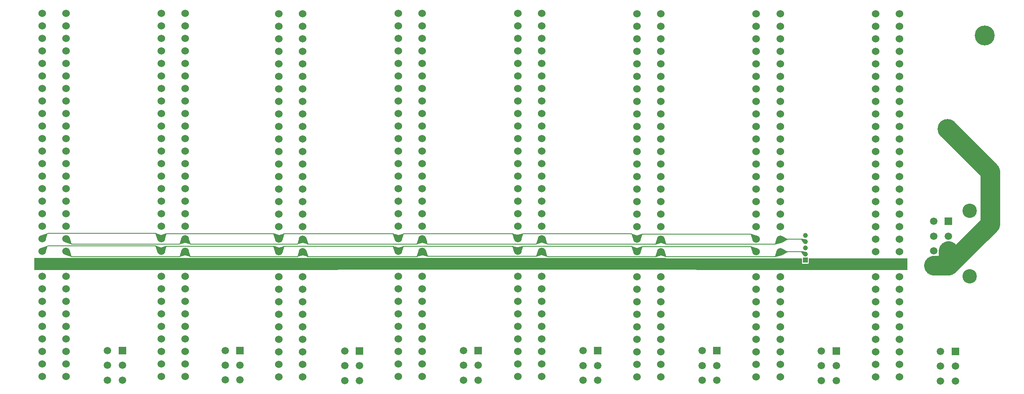
<source format=gbr>
%TF.GenerationSoftware,KiCad,Pcbnew,7.99.0-957-g18dd623122*%
%TF.CreationDate,2023-07-16T08:20:05-04:00*%
%TF.ProjectId,ESC_Carrier,4553435f-4361-4727-9269-65722e6b6963,rev?*%
%TF.SameCoordinates,Original*%
%TF.FileFunction,Copper,L2,Bot*%
%TF.FilePolarity,Positive*%
%FSLAX46Y46*%
G04 Gerber Fmt 4.6, Leading zero omitted, Abs format (unit mm)*
G04 Created by KiCad (PCBNEW 7.99.0-957-g18dd623122) date 2023-07-16 08:20:05*
%MOMM*%
%LPD*%
G01*
G04 APERTURE LIST*
%TA.AperFunction,ComponentPad*%
%ADD10R,1.520000X1.520000*%
%TD*%
%TA.AperFunction,ComponentPad*%
%ADD11C,1.520000*%
%TD*%
%TA.AperFunction,ComponentPad*%
%ADD12C,1.524000*%
%TD*%
%TA.AperFunction,ComponentPad*%
%ADD13C,2.909999*%
%TD*%
%TA.AperFunction,ComponentPad*%
%ADD14C,4.050000*%
%TD*%
%TA.AperFunction,ComponentPad*%
%ADD15R,1.000000X1.000000*%
%TD*%
%TA.AperFunction,ComponentPad*%
%ADD16C,1.000000*%
%TD*%
%TA.AperFunction,Conductor*%
%ADD17C,0.130000*%
%TD*%
%TA.AperFunction,Conductor*%
%ADD18C,4.000000*%
%TD*%
G04 APERTURE END LIST*
D10*
%TO.P,J17,1,1*%
%TO.N,/ESC7_PHASEC*%
X186649000Y-94120000D03*
D11*
%TO.P,J17,2,2*%
%TO.N,/ESC7_PHASEB*%
X186649000Y-97120000D03*
%TO.P,J17,3,3*%
%TO.N,/ESC7_PHASEA*%
X186649000Y-100120000D03*
%TO.P,J17,4,4*%
%TO.N,/ESC7_PHASEC*%
X183649000Y-94120000D03*
%TO.P,J17,5,5*%
%TO.N,/ESC7_PHASEB*%
X183649000Y-97120000D03*
%TO.P,J17,6,6*%
%TO.N,/ESC7_PHASEA*%
X183649000Y-100120000D03*
%TD*%
D10*
%TO.P,J13,1,1*%
%TO.N,/ESC3_PHASEC*%
X90089000Y-94100000D03*
D11*
%TO.P,J13,2,2*%
%TO.N,/ESC3_PHASEB*%
X90089000Y-97100000D03*
%TO.P,J13,3,3*%
%TO.N,/ESC3_PHASEA*%
X90089000Y-100100000D03*
%TO.P,J13,4,4*%
%TO.N,/ESC3_PHASEC*%
X87089000Y-94100000D03*
%TO.P,J13,5,5*%
%TO.N,/ESC3_PHASEB*%
X87089000Y-97100000D03*
%TO.P,J13,6,6*%
%TO.N,/ESC3_PHASEA*%
X87089000Y-100100000D03*
%TD*%
D12*
%TO.P,J5,1,1*%
%TO.N,/ESC5_PHASEA*%
X122149000Y-99260000D03*
%TO.P,J5,2,2*%
X127000000Y-99260000D03*
%TO.P,J5,3,3*%
X122149000Y-96720000D03*
%TO.P,J5,4,4*%
X127000000Y-96720000D03*
%TO.P,J5,5,5*%
X122149000Y-94180000D03*
%TO.P,J5,6,6*%
X127000000Y-94180000D03*
%TO.P,J5,7,7*%
%TO.N,/ESC5_PHASEB*%
X122149000Y-91640000D03*
%TO.P,J5,8,8*%
X127000000Y-91640000D03*
%TO.P,J5,9,9*%
X122149000Y-89100000D03*
%TO.P,J5,10,10*%
X127000000Y-89100000D03*
%TO.P,J5,11,11*%
X122149000Y-86560000D03*
%TO.P,J5,12,12*%
X127000000Y-86560000D03*
%TO.P,J5,13,13*%
%TO.N,/ESC5_PHASEC*%
X122149000Y-84020000D03*
%TO.P,J5,14,14*%
X127000000Y-84020000D03*
%TO.P,J5,15,15*%
X122149000Y-81480000D03*
%TO.P,J5,16,16*%
X127000000Y-81480000D03*
%TO.P,J5,17,17*%
X122149000Y-78940000D03*
%TO.P,J5,18,18*%
X127000000Y-78940000D03*
%TO.P,J5,19,19*%
%TO.N,/3V3*%
X122149000Y-76400000D03*
%TO.P,J5,20,20*%
X127000000Y-76400000D03*
%TO.P,J5,21,21*%
%TO.N,/TX*%
X122149000Y-73860000D03*
%TO.P,J5,22,22*%
%TO.N,/RX*%
X127000000Y-73860000D03*
%TO.P,J5,23,23*%
%TO.N,/TX_1*%
X122149000Y-71320000D03*
%TO.P,J5,24,24*%
%TO.N,/RX_1*%
X127000000Y-71320000D03*
%TO.P,J5,25,25*%
%TO.N,GND*%
X122149000Y-68780000D03*
%TO.P,J5,26,26*%
X127000000Y-68780000D03*
%TO.P,J5,27,27*%
X122149000Y-66240000D03*
%TO.P,J5,28,28*%
X127000000Y-66240000D03*
%TO.P,J5,29,29*%
X122149000Y-63700000D03*
%TO.P,J5,30,30*%
X127000000Y-63700000D03*
%TO.P,J5,31,31*%
X122149000Y-61160000D03*
%TO.P,J5,32,32*%
X127000000Y-61160000D03*
%TO.P,J5,33,33*%
X122149000Y-58620000D03*
%TO.P,J5,34,34*%
X127000000Y-58620000D03*
%TO.P,J5,35,35*%
X122149000Y-56080000D03*
%TO.P,J5,36,36*%
X127000000Y-56080000D03*
%TO.P,J5,37,37*%
X122149000Y-53540000D03*
%TO.P,J5,38,38*%
X127000000Y-53540000D03*
%TO.P,J5,39,39*%
X122149000Y-51000000D03*
%TO.P,J5,40,40*%
X127000000Y-51000000D03*
%TO.P,J5,41,41*%
X122149000Y-48460000D03*
%TO.P,J5,42,42*%
X127000000Y-48460000D03*
%TO.P,J5,43,43*%
%TO.N,/12V*%
X122149000Y-45920000D03*
%TO.P,J5,44,44*%
X127000000Y-45920000D03*
%TO.P,J5,45,45*%
X122149000Y-43380000D03*
%TO.P,J5,46,46*%
X127000000Y-43380000D03*
%TO.P,J5,47,47*%
X122149000Y-40840000D03*
%TO.P,J5,48,48*%
X127000000Y-40840000D03*
%TO.P,J5,49,49*%
X122149000Y-38300000D03*
%TO.P,J5,50,50*%
X127000000Y-38300000D03*
%TO.P,J5,51,51*%
X122149000Y-35760000D03*
%TO.P,J5,52,52*%
X127000000Y-35760000D03*
%TO.P,J5,53,53*%
X122149000Y-33220000D03*
%TO.P,J5,54,54*%
X127000000Y-33220000D03*
%TO.P,J5,55,55*%
X122149000Y-30680000D03*
%TO.P,J5,56,56*%
X127000000Y-30680000D03*
%TO.P,J5,57,57*%
X122149000Y-28140000D03*
%TO.P,J5,58,58*%
X127000000Y-28140000D03*
%TO.P,J5,59,59*%
X122149000Y-25600000D03*
%TO.P,J5,60,60*%
X127000000Y-25600000D03*
%TD*%
D10*
%TO.P,J10,1,Pin_1*%
%TO.N,GND*%
X209400000Y-67800003D03*
D11*
%TO.P,J10,2,Pin_2*%
X209400000Y-70800002D03*
%TO.P,J10,3,Pin_3*%
%TO.N,/12Vin*%
X209400000Y-73800001D03*
%TO.P,J10,4,Pin_4*%
X209400000Y-76800000D03*
%TO.P,J10,5,Pin_5*%
%TO.N,GND*%
X206400001Y-67800003D03*
%TO.P,J10,6,Pin_6*%
X206400001Y-70800002D03*
%TO.P,J10,7,Pin_7*%
%TO.N,/3V3*%
X206400001Y-73800001D03*
%TO.P,J10,8,Pin_8*%
%TO.N,/12Vin*%
X206400001Y-76800000D03*
D13*
%TO.P,J10,P1*%
%TO.N,N/C*%
X213719999Y-65650005D03*
%TO.P,J10,P2*%
X213719999Y-78949998D03*
%TD*%
D12*
%TO.P,J7,1,1*%
%TO.N,/ESC7_PHASEA*%
X170449000Y-99400000D03*
%TO.P,J7,2,2*%
X175300000Y-99400000D03*
%TO.P,J7,3,3*%
X170449000Y-96860000D03*
%TO.P,J7,4,4*%
X175300000Y-96860000D03*
%TO.P,J7,5,5*%
X170449000Y-94320000D03*
%TO.P,J7,6,6*%
X175300000Y-94320000D03*
%TO.P,J7,7,7*%
%TO.N,/ESC7_PHASEB*%
X170449000Y-91780000D03*
%TO.P,J7,8,8*%
X175300000Y-91780000D03*
%TO.P,J7,9,9*%
X170449000Y-89240000D03*
%TO.P,J7,10,10*%
X175300000Y-89240000D03*
%TO.P,J7,11,11*%
X170449000Y-86700000D03*
%TO.P,J7,12,12*%
X175300000Y-86700000D03*
%TO.P,J7,13,13*%
%TO.N,/ESC7_PHASEC*%
X170449000Y-84160000D03*
%TO.P,J7,14,14*%
X175300000Y-84160000D03*
%TO.P,J7,15,15*%
X170449000Y-81620000D03*
%TO.P,J7,16,16*%
X175300000Y-81620000D03*
%TO.P,J7,17,17*%
X170449000Y-79080000D03*
%TO.P,J7,18,18*%
X175300000Y-79080000D03*
%TO.P,J7,19,19*%
%TO.N,/3V3*%
X170449000Y-76540000D03*
%TO.P,J7,20,20*%
X175300000Y-76540000D03*
%TO.P,J7,21,21*%
%TO.N,/TX*%
X170449000Y-74000000D03*
%TO.P,J7,22,22*%
%TO.N,/RX*%
X175300000Y-74000000D03*
%TO.P,J7,23,23*%
%TO.N,/TX_1*%
X170449000Y-71460000D03*
%TO.P,J7,24,24*%
%TO.N,/RX_1*%
X175300000Y-71460000D03*
%TO.P,J7,25,25*%
%TO.N,GND*%
X170449000Y-68920000D03*
%TO.P,J7,26,26*%
X175300000Y-68920000D03*
%TO.P,J7,27,27*%
X170449000Y-66380000D03*
%TO.P,J7,28,28*%
X175300000Y-66380000D03*
%TO.P,J7,29,29*%
X170449000Y-63840000D03*
%TO.P,J7,30,30*%
X175300000Y-63840000D03*
%TO.P,J7,31,31*%
X170449000Y-61300000D03*
%TO.P,J7,32,32*%
X175300000Y-61300000D03*
%TO.P,J7,33,33*%
X170449000Y-58760000D03*
%TO.P,J7,34,34*%
X175300000Y-58760000D03*
%TO.P,J7,35,35*%
X170449000Y-56220000D03*
%TO.P,J7,36,36*%
X175300000Y-56220000D03*
%TO.P,J7,37,37*%
X170449000Y-53680000D03*
%TO.P,J7,38,38*%
X175300000Y-53680000D03*
%TO.P,J7,39,39*%
X170449000Y-51140000D03*
%TO.P,J7,40,40*%
X175300000Y-51140000D03*
%TO.P,J7,41,41*%
X170449000Y-48600000D03*
%TO.P,J7,42,42*%
X175300000Y-48600000D03*
%TO.P,J7,43,43*%
%TO.N,/12V*%
X170449000Y-46060000D03*
%TO.P,J7,44,44*%
X175300000Y-46060000D03*
%TO.P,J7,45,45*%
X170449000Y-43520000D03*
%TO.P,J7,46,46*%
X175300000Y-43520000D03*
%TO.P,J7,47,47*%
X170449000Y-40980000D03*
%TO.P,J7,48,48*%
X175300000Y-40980000D03*
%TO.P,J7,49,49*%
X170449000Y-38440000D03*
%TO.P,J7,50,50*%
X175300000Y-38440000D03*
%TO.P,J7,51,51*%
X170449000Y-35900000D03*
%TO.P,J7,52,52*%
X175300000Y-35900000D03*
%TO.P,J7,53,53*%
X170449000Y-33360000D03*
%TO.P,J7,54,54*%
X175300000Y-33360000D03*
%TO.P,J7,55,55*%
X170449000Y-30820000D03*
%TO.P,J7,56,56*%
X175300000Y-30820000D03*
%TO.P,J7,57,57*%
X170449000Y-28280000D03*
%TO.P,J7,58,58*%
X175300000Y-28280000D03*
%TO.P,J7,59,59*%
X170449000Y-25740000D03*
%TO.P,J7,60,60*%
X175300000Y-25740000D03*
%TD*%
%TO.P,J2,1,1*%
%TO.N,/ESC2_PHASEA*%
X49900000Y-99300000D03*
%TO.P,J2,2,2*%
X54751000Y-99300000D03*
%TO.P,J2,3,3*%
X49900000Y-96760000D03*
%TO.P,J2,4,4*%
X54751000Y-96760000D03*
%TO.P,J2,5,5*%
X49900000Y-94220000D03*
%TO.P,J2,6,6*%
X54751000Y-94220000D03*
%TO.P,J2,7,7*%
%TO.N,/ESC2_PHASEB*%
X49900000Y-91680000D03*
%TO.P,J2,8,8*%
X54751000Y-91680000D03*
%TO.P,J2,9,9*%
X49900000Y-89140000D03*
%TO.P,J2,10,10*%
X54751000Y-89140000D03*
%TO.P,J2,11,11*%
X49900000Y-86600000D03*
%TO.P,J2,12,12*%
X54751000Y-86600000D03*
%TO.P,J2,13,13*%
%TO.N,/ESC2_PHASEC*%
X49900000Y-84060000D03*
%TO.P,J2,14,14*%
X54751000Y-84060000D03*
%TO.P,J2,15,15*%
X49900000Y-81520000D03*
%TO.P,J2,16,16*%
X54751000Y-81520000D03*
%TO.P,J2,17,17*%
X49900000Y-78980000D03*
%TO.P,J2,18,18*%
X54751000Y-78980000D03*
%TO.P,J2,19,19*%
%TO.N,/3V3*%
X49900000Y-76440000D03*
%TO.P,J2,20,20*%
X54751000Y-76440000D03*
%TO.P,J2,21,21*%
%TO.N,/TX*%
X49900000Y-73900000D03*
%TO.P,J2,22,22*%
%TO.N,/RX*%
X54751000Y-73900000D03*
%TO.P,J2,23,23*%
%TO.N,/TX_1*%
X49900000Y-71360000D03*
%TO.P,J2,24,24*%
%TO.N,/RX_1*%
X54751000Y-71360000D03*
%TO.P,J2,25,25*%
%TO.N,GND*%
X49900000Y-68820000D03*
%TO.P,J2,26,26*%
X54751000Y-68820000D03*
%TO.P,J2,27,27*%
X49900000Y-66280000D03*
%TO.P,J2,28,28*%
X54751000Y-66280000D03*
%TO.P,J2,29,29*%
X49900000Y-63740000D03*
%TO.P,J2,30,30*%
X54751000Y-63740000D03*
%TO.P,J2,31,31*%
X49900000Y-61200000D03*
%TO.P,J2,32,32*%
X54751000Y-61200000D03*
%TO.P,J2,33,33*%
X49900000Y-58660000D03*
%TO.P,J2,34,34*%
X54751000Y-58660000D03*
%TO.P,J2,35,35*%
X49900000Y-56120000D03*
%TO.P,J2,36,36*%
X54751000Y-56120000D03*
%TO.P,J2,37,37*%
X49900000Y-53580000D03*
%TO.P,J2,38,38*%
X54751000Y-53580000D03*
%TO.P,J2,39,39*%
X49900000Y-51040000D03*
%TO.P,J2,40,40*%
X54751000Y-51040000D03*
%TO.P,J2,41,41*%
X49900000Y-48500000D03*
%TO.P,J2,42,42*%
X54751000Y-48500000D03*
%TO.P,J2,43,43*%
%TO.N,/12V*%
X49900000Y-45960000D03*
%TO.P,J2,44,44*%
X54751000Y-45960000D03*
%TO.P,J2,45,45*%
X49900000Y-43420000D03*
%TO.P,J2,46,46*%
X54751000Y-43420000D03*
%TO.P,J2,47,47*%
X49900000Y-40880000D03*
%TO.P,J2,48,48*%
X54751000Y-40880000D03*
%TO.P,J2,49,49*%
X49900000Y-38340000D03*
%TO.P,J2,50,50*%
X54751000Y-38340000D03*
%TO.P,J2,51,51*%
X49900000Y-35800000D03*
%TO.P,J2,52,52*%
X54751000Y-35800000D03*
%TO.P,J2,53,53*%
X49900000Y-33260000D03*
%TO.P,J2,54,54*%
X54751000Y-33260000D03*
%TO.P,J2,55,55*%
X49900000Y-30720000D03*
%TO.P,J2,56,56*%
X54751000Y-30720000D03*
%TO.P,J2,57,57*%
X49900000Y-28180000D03*
%TO.P,J2,58,58*%
X54751000Y-28180000D03*
%TO.P,J2,59,59*%
X49900000Y-25640000D03*
%TO.P,J2,60,60*%
X54751000Y-25640000D03*
%TD*%
D10*
%TO.P,J16,1,1*%
%TO.N,/ESC6_PHASEC*%
X162489000Y-94080000D03*
D11*
%TO.P,J16,2,2*%
%TO.N,/ESC6_PHASEB*%
X162489000Y-97080000D03*
%TO.P,J16,3,3*%
%TO.N,/ESC6_PHASEA*%
X162489000Y-100080000D03*
%TO.P,J16,4,4*%
%TO.N,/ESC6_PHASEC*%
X159489000Y-94080000D03*
%TO.P,J16,5,5*%
%TO.N,/ESC6_PHASEB*%
X159489000Y-97080000D03*
%TO.P,J16,6,6*%
%TO.N,/ESC6_PHASEA*%
X159489000Y-100080000D03*
%TD*%
D14*
%TO.P,RT1,1,1*%
%TO.N,/12Vin*%
X209200000Y-49100000D03*
%TO.P,RT1,2,2*%
%TO.N,/12V*%
X216700000Y-30100000D03*
%TD*%
D12*
%TO.P,J3,1,1*%
%TO.N,/ESC3_PHASEA*%
X73749000Y-99340000D03*
%TO.P,J3,2,2*%
X78600000Y-99340000D03*
%TO.P,J3,3,3*%
X73749000Y-96800000D03*
%TO.P,J3,4,4*%
X78600000Y-96800000D03*
%TO.P,J3,5,5*%
X73749000Y-94260000D03*
%TO.P,J3,6,6*%
X78600000Y-94260000D03*
%TO.P,J3,7,7*%
%TO.N,/ESC3_PHASEB*%
X73749000Y-91720000D03*
%TO.P,J3,8,8*%
X78600000Y-91720000D03*
%TO.P,J3,9,9*%
X73749000Y-89180000D03*
%TO.P,J3,10,10*%
X78600000Y-89180000D03*
%TO.P,J3,11,11*%
X73749000Y-86640000D03*
%TO.P,J3,12,12*%
X78600000Y-86640000D03*
%TO.P,J3,13,13*%
%TO.N,/ESC3_PHASEC*%
X73749000Y-84100000D03*
%TO.P,J3,14,14*%
X78600000Y-84100000D03*
%TO.P,J3,15,15*%
X73749000Y-81560000D03*
%TO.P,J3,16,16*%
X78600000Y-81560000D03*
%TO.P,J3,17,17*%
X73749000Y-79020000D03*
%TO.P,J3,18,18*%
X78600000Y-79020000D03*
%TO.P,J3,19,19*%
%TO.N,/3V3*%
X73749000Y-76480000D03*
%TO.P,J3,20,20*%
X78600000Y-76480000D03*
%TO.P,J3,21,21*%
%TO.N,/TX*%
X73749000Y-73940000D03*
%TO.P,J3,22,22*%
%TO.N,/RX*%
X78600000Y-73940000D03*
%TO.P,J3,23,23*%
%TO.N,/TX_1*%
X73749000Y-71400000D03*
%TO.P,J3,24,24*%
%TO.N,/RX_1*%
X78600000Y-71400000D03*
%TO.P,J3,25,25*%
%TO.N,GND*%
X73749000Y-68860000D03*
%TO.P,J3,26,26*%
X78600000Y-68860000D03*
%TO.P,J3,27,27*%
X73749000Y-66320000D03*
%TO.P,J3,28,28*%
X78600000Y-66320000D03*
%TO.P,J3,29,29*%
X73749000Y-63780000D03*
%TO.P,J3,30,30*%
X78600000Y-63780000D03*
%TO.P,J3,31,31*%
X73749000Y-61240000D03*
%TO.P,J3,32,32*%
X78600000Y-61240000D03*
%TO.P,J3,33,33*%
X73749000Y-58700000D03*
%TO.P,J3,34,34*%
X78600000Y-58700000D03*
%TO.P,J3,35,35*%
X73749000Y-56160000D03*
%TO.P,J3,36,36*%
X78600000Y-56160000D03*
%TO.P,J3,37,37*%
X73749000Y-53620000D03*
%TO.P,J3,38,38*%
X78600000Y-53620000D03*
%TO.P,J3,39,39*%
X73749000Y-51080000D03*
%TO.P,J3,40,40*%
X78600000Y-51080000D03*
%TO.P,J3,41,41*%
X73749000Y-48540000D03*
%TO.P,J3,42,42*%
X78600000Y-48540000D03*
%TO.P,J3,43,43*%
%TO.N,/12V*%
X73749000Y-46000000D03*
%TO.P,J3,44,44*%
X78600000Y-46000000D03*
%TO.P,J3,45,45*%
X73749000Y-43460000D03*
%TO.P,J3,46,46*%
X78600000Y-43460000D03*
%TO.P,J3,47,47*%
X73749000Y-40920000D03*
%TO.P,J3,48,48*%
X78600000Y-40920000D03*
%TO.P,J3,49,49*%
X73749000Y-38380000D03*
%TO.P,J3,50,50*%
X78600000Y-38380000D03*
%TO.P,J3,51,51*%
X73749000Y-35840000D03*
%TO.P,J3,52,52*%
X78600000Y-35840000D03*
%TO.P,J3,53,53*%
X73749000Y-33300000D03*
%TO.P,J3,54,54*%
X78600000Y-33300000D03*
%TO.P,J3,55,55*%
X73749000Y-30760000D03*
%TO.P,J3,56,56*%
X78600000Y-30760000D03*
%TO.P,J3,57,57*%
X73749000Y-28220000D03*
%TO.P,J3,58,58*%
X78600000Y-28220000D03*
%TO.P,J3,59,59*%
X73749000Y-25680000D03*
%TO.P,J3,60,60*%
X78600000Y-25680000D03*
%TD*%
%TO.P,J4,1,1*%
%TO.N,/ESC4_PHASEA*%
X97949000Y-99320000D03*
%TO.P,J4,2,2*%
X102800000Y-99320000D03*
%TO.P,J4,3,3*%
X97949000Y-96780000D03*
%TO.P,J4,4,4*%
X102800000Y-96780000D03*
%TO.P,J4,5,5*%
X97949000Y-94240000D03*
%TO.P,J4,6,6*%
X102800000Y-94240000D03*
%TO.P,J4,7,7*%
%TO.N,/ESC4_PHASEB*%
X97949000Y-91700000D03*
%TO.P,J4,8,8*%
X102800000Y-91700000D03*
%TO.P,J4,9,9*%
X97949000Y-89160000D03*
%TO.P,J4,10,10*%
X102800000Y-89160000D03*
%TO.P,J4,11,11*%
X97949000Y-86620000D03*
%TO.P,J4,12,12*%
X102800000Y-86620000D03*
%TO.P,J4,13,13*%
%TO.N,/ESC4_PHASEC*%
X97949000Y-84080000D03*
%TO.P,J4,14,14*%
X102800000Y-84080000D03*
%TO.P,J4,15,15*%
X97949000Y-81540000D03*
%TO.P,J4,16,16*%
X102800000Y-81540000D03*
%TO.P,J4,17,17*%
X97949000Y-79000000D03*
%TO.P,J4,18,18*%
X102800000Y-79000000D03*
%TO.P,J4,19,19*%
%TO.N,/3V3*%
X97949000Y-76460000D03*
%TO.P,J4,20,20*%
X102800000Y-76460000D03*
%TO.P,J4,21,21*%
%TO.N,/TX*%
X97949000Y-73920000D03*
%TO.P,J4,22,22*%
%TO.N,/RX*%
X102800000Y-73920000D03*
%TO.P,J4,23,23*%
%TO.N,/TX_1*%
X97949000Y-71380000D03*
%TO.P,J4,24,24*%
%TO.N,/RX_1*%
X102800000Y-71380000D03*
%TO.P,J4,25,25*%
%TO.N,GND*%
X97949000Y-68840000D03*
%TO.P,J4,26,26*%
X102800000Y-68840000D03*
%TO.P,J4,27,27*%
X97949000Y-66300000D03*
%TO.P,J4,28,28*%
X102800000Y-66300000D03*
%TO.P,J4,29,29*%
X97949000Y-63760000D03*
%TO.P,J4,30,30*%
X102800000Y-63760000D03*
%TO.P,J4,31,31*%
X97949000Y-61220000D03*
%TO.P,J4,32,32*%
X102800000Y-61220000D03*
%TO.P,J4,33,33*%
X97949000Y-58680000D03*
%TO.P,J4,34,34*%
X102800000Y-58680000D03*
%TO.P,J4,35,35*%
X97949000Y-56140000D03*
%TO.P,J4,36,36*%
X102800000Y-56140000D03*
%TO.P,J4,37,37*%
X97949000Y-53600000D03*
%TO.P,J4,38,38*%
X102800000Y-53600000D03*
%TO.P,J4,39,39*%
X97949000Y-51060000D03*
%TO.P,J4,40,40*%
X102800000Y-51060000D03*
%TO.P,J4,41,41*%
X97949000Y-48520000D03*
%TO.P,J4,42,42*%
X102800000Y-48520000D03*
%TO.P,J4,43,43*%
%TO.N,/12V*%
X97949000Y-45980000D03*
%TO.P,J4,44,44*%
X102800000Y-45980000D03*
%TO.P,J4,45,45*%
X97949000Y-43440000D03*
%TO.P,J4,46,46*%
X102800000Y-43440000D03*
%TO.P,J4,47,47*%
X97949000Y-40900000D03*
%TO.P,J4,48,48*%
X102800000Y-40900000D03*
%TO.P,J4,49,49*%
X97949000Y-38360000D03*
%TO.P,J4,50,50*%
X102800000Y-38360000D03*
%TO.P,J4,51,51*%
X97949000Y-35820000D03*
%TO.P,J4,52,52*%
X102800000Y-35820000D03*
%TO.P,J4,53,53*%
X97949000Y-33280000D03*
%TO.P,J4,54,54*%
X102800000Y-33280000D03*
%TO.P,J4,55,55*%
X97949000Y-30740000D03*
%TO.P,J4,56,56*%
X102800000Y-30740000D03*
%TO.P,J4,57,57*%
X97949000Y-28200000D03*
%TO.P,J4,58,58*%
X102800000Y-28200000D03*
%TO.P,J4,59,59*%
X97949000Y-25660000D03*
%TO.P,J4,60,60*%
X102800000Y-25660000D03*
%TD*%
%TO.P,J1,1,1*%
%TO.N,/ESC1_PHASEA*%
X25801190Y-99291500D03*
%TO.P,J1,2,2*%
X30652190Y-99291500D03*
%TO.P,J1,3,3*%
X25801190Y-96751500D03*
%TO.P,J1,4,4*%
X30652190Y-96751500D03*
%TO.P,J1,5,5*%
X25801190Y-94211500D03*
%TO.P,J1,6,6*%
X30652190Y-94211500D03*
%TO.P,J1,7,7*%
%TO.N,/ESC1_PHASEB*%
X25801190Y-91671500D03*
%TO.P,J1,8,8*%
X30652190Y-91671500D03*
%TO.P,J1,9,9*%
X25801190Y-89131500D03*
%TO.P,J1,10,10*%
X30652190Y-89131500D03*
%TO.P,J1,11,11*%
X25801190Y-86591500D03*
%TO.P,J1,12,12*%
X30652190Y-86591500D03*
%TO.P,J1,13,13*%
%TO.N,/ESC1_PHASEC*%
X25801190Y-84051500D03*
%TO.P,J1,14,14*%
X30652190Y-84051500D03*
%TO.P,J1,15,15*%
X25801190Y-81511500D03*
%TO.P,J1,16,16*%
X30652190Y-81511500D03*
%TO.P,J1,17,17*%
X25801190Y-78971500D03*
%TO.P,J1,18,18*%
X30652190Y-78971500D03*
%TO.P,J1,19,19*%
%TO.N,/3V3*%
X25801190Y-76431500D03*
%TO.P,J1,20,20*%
X30652190Y-76431500D03*
%TO.P,J1,21,21*%
%TO.N,/TX*%
X25801190Y-73891500D03*
%TO.P,J1,22,22*%
%TO.N,/RX*%
X30652190Y-73891500D03*
%TO.P,J1,23,23*%
%TO.N,/TX_1*%
X25801190Y-71351500D03*
%TO.P,J1,24,24*%
%TO.N,/RX_1*%
X30652190Y-71351500D03*
%TO.P,J1,25,25*%
%TO.N,GND*%
X25801190Y-68811500D03*
%TO.P,J1,26,26*%
X30652190Y-68811500D03*
%TO.P,J1,27,27*%
X25801190Y-66271500D03*
%TO.P,J1,28,28*%
X30652190Y-66271500D03*
%TO.P,J1,29,29*%
X25801190Y-63731500D03*
%TO.P,J1,30,30*%
X30652190Y-63731500D03*
%TO.P,J1,31,31*%
X25801190Y-61191500D03*
%TO.P,J1,32,32*%
X30652190Y-61191500D03*
%TO.P,J1,33,33*%
X25801190Y-58651500D03*
%TO.P,J1,34,34*%
X30652190Y-58651500D03*
%TO.P,J1,35,35*%
X25801190Y-56111500D03*
%TO.P,J1,36,36*%
X30652190Y-56111500D03*
%TO.P,J1,37,37*%
X25801190Y-53571500D03*
%TO.P,J1,38,38*%
X30652190Y-53571500D03*
%TO.P,J1,39,39*%
X25801190Y-51031500D03*
%TO.P,J1,40,40*%
X30652190Y-51031500D03*
%TO.P,J1,41,41*%
X25801190Y-48491500D03*
%TO.P,J1,42,42*%
X30652190Y-48491500D03*
%TO.P,J1,43,43*%
%TO.N,/12V*%
X25801190Y-45951500D03*
%TO.P,J1,44,44*%
X30652190Y-45951500D03*
%TO.P,J1,45,45*%
X25801190Y-43411500D03*
%TO.P,J1,46,46*%
X30652190Y-43411500D03*
%TO.P,J1,47,47*%
X25801190Y-40871500D03*
%TO.P,J1,48,48*%
X30652190Y-40871500D03*
%TO.P,J1,49,49*%
X25801190Y-38331500D03*
%TO.P,J1,50,50*%
X30652190Y-38331500D03*
%TO.P,J1,51,51*%
X25801190Y-35791500D03*
%TO.P,J1,52,52*%
X30652190Y-35791500D03*
%TO.P,J1,53,53*%
X25801190Y-33251500D03*
%TO.P,J1,54,54*%
X30652190Y-33251500D03*
%TO.P,J1,55,55*%
X25801190Y-30711500D03*
%TO.P,J1,56,56*%
X30652190Y-30711500D03*
%TO.P,J1,57,57*%
X25801190Y-28171500D03*
%TO.P,J1,58,58*%
X30652190Y-28171500D03*
%TO.P,J1,59,59*%
X25801190Y-25631500D03*
%TO.P,J1,60,60*%
X30652190Y-25631500D03*
%TD*%
D10*
%TO.P,J12,1,1*%
%TO.N,/ESC2_PHASEC*%
X65891000Y-94000000D03*
D11*
%TO.P,J12,2,2*%
%TO.N,/ESC2_PHASEB*%
X65891000Y-97000000D03*
%TO.P,J12,3,3*%
%TO.N,/ESC2_PHASEA*%
X65891000Y-100000000D03*
%TO.P,J12,4,4*%
%TO.N,/ESC2_PHASEC*%
X62891000Y-94000000D03*
%TO.P,J12,5,5*%
%TO.N,/ESC2_PHASEB*%
X62891000Y-97000000D03*
%TO.P,J12,6,6*%
%TO.N,/ESC2_PHASEA*%
X62891000Y-100000000D03*
%TD*%
D12*
%TO.P,J8,1,1*%
%TO.N,/ESC8_PHASEA*%
X194649000Y-99380000D03*
%TO.P,J8,2,2*%
X199500000Y-99380000D03*
%TO.P,J8,3,3*%
X194649000Y-96840000D03*
%TO.P,J8,4,4*%
X199500000Y-96840000D03*
%TO.P,J8,5,5*%
X194649000Y-94300000D03*
%TO.P,J8,6,6*%
X199500000Y-94300000D03*
%TO.P,J8,7,7*%
%TO.N,/ESC8_PHASEB*%
X194649000Y-91760000D03*
%TO.P,J8,8,8*%
X199500000Y-91760000D03*
%TO.P,J8,9,9*%
X194649000Y-89220000D03*
%TO.P,J8,10,10*%
X199500000Y-89220000D03*
%TO.P,J8,11,11*%
X194649000Y-86680000D03*
%TO.P,J8,12,12*%
X199500000Y-86680000D03*
%TO.P,J8,13,13*%
%TO.N,/ESC8_PHASEC*%
X194649000Y-84140000D03*
%TO.P,J8,14,14*%
X199500000Y-84140000D03*
%TO.P,J8,15,15*%
X194649000Y-81600000D03*
%TO.P,J8,16,16*%
X199500000Y-81600000D03*
%TO.P,J8,17,17*%
X194649000Y-79060000D03*
%TO.P,J8,18,18*%
X199500000Y-79060000D03*
%TO.P,J8,19,19*%
%TO.N,/3V3*%
X194649000Y-76520000D03*
%TO.P,J8,20,20*%
X199500000Y-76520000D03*
%TO.P,J8,21,21*%
%TO.N,/TX*%
X194649000Y-73980000D03*
%TO.P,J8,22,22*%
%TO.N,/RX*%
X199500000Y-73980000D03*
%TO.P,J8,23,23*%
%TO.N,/TX_1*%
X194649000Y-71440000D03*
%TO.P,J8,24,24*%
%TO.N,/RX_1*%
X199500000Y-71440000D03*
%TO.P,J8,25,25*%
%TO.N,GND*%
X194649000Y-68900000D03*
%TO.P,J8,26,26*%
X199500000Y-68900000D03*
%TO.P,J8,27,27*%
X194649000Y-66360000D03*
%TO.P,J8,28,28*%
X199500000Y-66360000D03*
%TO.P,J8,29,29*%
X194649000Y-63820000D03*
%TO.P,J8,30,30*%
X199500000Y-63820000D03*
%TO.P,J8,31,31*%
X194649000Y-61280000D03*
%TO.P,J8,32,32*%
X199500000Y-61280000D03*
%TO.P,J8,33,33*%
X194649000Y-58740000D03*
%TO.P,J8,34,34*%
X199500000Y-58740000D03*
%TO.P,J8,35,35*%
X194649000Y-56200000D03*
%TO.P,J8,36,36*%
X199500000Y-56200000D03*
%TO.P,J8,37,37*%
X194649000Y-53660000D03*
%TO.P,J8,38,38*%
X199500000Y-53660000D03*
%TO.P,J8,39,39*%
X194649000Y-51120000D03*
%TO.P,J8,40,40*%
X199500000Y-51120000D03*
%TO.P,J8,41,41*%
X194649000Y-48580000D03*
%TO.P,J8,42,42*%
X199500000Y-48580000D03*
%TO.P,J8,43,43*%
%TO.N,/12V*%
X194649000Y-46040000D03*
%TO.P,J8,44,44*%
X199500000Y-46040000D03*
%TO.P,J8,45,45*%
X194649000Y-43500000D03*
%TO.P,J8,46,46*%
X199500000Y-43500000D03*
%TO.P,J8,47,47*%
X194649000Y-40960000D03*
%TO.P,J8,48,48*%
X199500000Y-40960000D03*
%TO.P,J8,49,49*%
X194649000Y-38420000D03*
%TO.P,J8,50,50*%
X199500000Y-38420000D03*
%TO.P,J8,51,51*%
X194649000Y-35880000D03*
%TO.P,J8,52,52*%
X199500000Y-35880000D03*
%TO.P,J8,53,53*%
X194649000Y-33340000D03*
%TO.P,J8,54,54*%
X199500000Y-33340000D03*
%TO.P,J8,55,55*%
X194649000Y-30800000D03*
%TO.P,J8,56,56*%
X199500000Y-30800000D03*
%TO.P,J8,57,57*%
X194649000Y-28260000D03*
%TO.P,J8,58,58*%
X199500000Y-28260000D03*
%TO.P,J8,59,59*%
X194649000Y-25720000D03*
%TO.P,J8,60,60*%
X199500000Y-25720000D03*
%TD*%
D15*
%TO.P,J9,1,1*%
%TO.N,/TX*%
X180400000Y-75700000D03*
D16*
%TO.P,J9,2,2*%
%TO.N,/RX*%
X180400000Y-74450000D03*
%TO.P,J9,3,3*%
%TO.N,/TX_1*%
X180400000Y-73200000D03*
%TO.P,J9,4,4*%
%TO.N,/RX_1*%
X180400000Y-71950000D03*
%TO.P,J9,5,5*%
%TO.N,GND*%
X180400000Y-70700000D03*
%TD*%
D10*
%TO.P,J18,1,1*%
%TO.N,/ESC8_PHASEC*%
X210789000Y-94180000D03*
D11*
%TO.P,J18,2,2*%
%TO.N,/ESC8_PHASEB*%
X210789000Y-97180000D03*
%TO.P,J18,3,3*%
%TO.N,/ESC8_PHASEA*%
X210789000Y-100180000D03*
%TO.P,J18,4,4*%
%TO.N,/ESC8_PHASEC*%
X207789000Y-94180000D03*
%TO.P,J18,5,5*%
%TO.N,/ESC8_PHASEB*%
X207789000Y-97180000D03*
%TO.P,J18,6,6*%
%TO.N,/ESC8_PHASEA*%
X207789000Y-100180000D03*
%TD*%
D10*
%TO.P,J11,1,1*%
%TO.N,/ESC1_PHASEC*%
X42041190Y-94031500D03*
D11*
%TO.P,J11,2,2*%
%TO.N,/ESC1_PHASEB*%
X42041190Y-97031500D03*
%TO.P,J11,3,3*%
%TO.N,/ESC1_PHASEA*%
X42041190Y-100031500D03*
%TO.P,J11,4,4*%
%TO.N,/ESC1_PHASEC*%
X39041190Y-94031500D03*
%TO.P,J11,5,5*%
%TO.N,/ESC1_PHASEB*%
X39041190Y-97031500D03*
%TO.P,J11,6,6*%
%TO.N,/ESC1_PHASEA*%
X39041190Y-100031500D03*
%TD*%
D10*
%TO.P,J14,1,1*%
%TO.N,/ESC4_PHASEC*%
X114149000Y-94020000D03*
D11*
%TO.P,J14,2,2*%
%TO.N,/ESC4_PHASEB*%
X114149000Y-97020000D03*
%TO.P,J14,3,3*%
%TO.N,/ESC4_PHASEA*%
X114149000Y-100020000D03*
%TO.P,J14,4,4*%
%TO.N,/ESC4_PHASEC*%
X111149000Y-94020000D03*
%TO.P,J14,5,5*%
%TO.N,/ESC4_PHASEB*%
X111149000Y-97020000D03*
%TO.P,J14,6,6*%
%TO.N,/ESC4_PHASEA*%
X111149000Y-100020000D03*
%TD*%
D10*
%TO.P,J15,1,1*%
%TO.N,/ESC5_PHASEC*%
X138349000Y-94060000D03*
D11*
%TO.P,J15,2,2*%
%TO.N,/ESC5_PHASEB*%
X138349000Y-97060000D03*
%TO.P,J15,3,3*%
%TO.N,/ESC5_PHASEA*%
X138349000Y-100060000D03*
%TO.P,J15,4,4*%
%TO.N,/ESC5_PHASEC*%
X135349000Y-94060000D03*
%TO.P,J15,5,5*%
%TO.N,/ESC5_PHASEB*%
X135349000Y-97060000D03*
%TO.P,J15,6,6*%
%TO.N,/ESC5_PHASEA*%
X135349000Y-100060000D03*
%TD*%
D12*
%TO.P,J6,1,1*%
%TO.N,/ESC6_PHASEA*%
X146298000Y-99380000D03*
%TO.P,J6,2,2*%
X151149000Y-99380000D03*
%TO.P,J6,3,3*%
X146298000Y-96840000D03*
%TO.P,J6,4,4*%
X151149000Y-96840000D03*
%TO.P,J6,5,5*%
X146298000Y-94300000D03*
%TO.P,J6,6,6*%
X151149000Y-94300000D03*
%TO.P,J6,7,7*%
%TO.N,/ESC6_PHASEB*%
X146298000Y-91760000D03*
%TO.P,J6,8,8*%
X151149000Y-91760000D03*
%TO.P,J6,9,9*%
X146298000Y-89220000D03*
%TO.P,J6,10,10*%
X151149000Y-89220000D03*
%TO.P,J6,11,11*%
X146298000Y-86680000D03*
%TO.P,J6,12,12*%
X151149000Y-86680000D03*
%TO.P,J6,13,13*%
%TO.N,/ESC6_PHASEC*%
X146298000Y-84140000D03*
%TO.P,J6,14,14*%
X151149000Y-84140000D03*
%TO.P,J6,15,15*%
X146298000Y-81600000D03*
%TO.P,J6,16,16*%
X151149000Y-81600000D03*
%TO.P,J6,17,17*%
X146298000Y-79060000D03*
%TO.P,J6,18,18*%
X151149000Y-79060000D03*
%TO.P,J6,19,19*%
%TO.N,/3V3*%
X146298000Y-76520000D03*
%TO.P,J6,20,20*%
X151149000Y-76520000D03*
%TO.P,J6,21,21*%
%TO.N,/TX*%
X146298000Y-73980000D03*
%TO.P,J6,22,22*%
%TO.N,/RX*%
X151149000Y-73980000D03*
%TO.P,J6,23,23*%
%TO.N,/TX_1*%
X146298000Y-71440000D03*
%TO.P,J6,24,24*%
%TO.N,/RX_1*%
X151149000Y-71440000D03*
%TO.P,J6,25,25*%
%TO.N,GND*%
X146298000Y-68900000D03*
%TO.P,J6,26,26*%
X151149000Y-68900000D03*
%TO.P,J6,27,27*%
X146298000Y-66360000D03*
%TO.P,J6,28,28*%
X151149000Y-66360000D03*
%TO.P,J6,29,29*%
X146298000Y-63820000D03*
%TO.P,J6,30,30*%
X151149000Y-63820000D03*
%TO.P,J6,31,31*%
X146298000Y-61280000D03*
%TO.P,J6,32,32*%
X151149000Y-61280000D03*
%TO.P,J6,33,33*%
X146298000Y-58740000D03*
%TO.P,J6,34,34*%
X151149000Y-58740000D03*
%TO.P,J6,35,35*%
X146298000Y-56200000D03*
%TO.P,J6,36,36*%
X151149000Y-56200000D03*
%TO.P,J6,37,37*%
X146298000Y-53660000D03*
%TO.P,J6,38,38*%
X151149000Y-53660000D03*
%TO.P,J6,39,39*%
X146298000Y-51120000D03*
%TO.P,J6,40,40*%
X151149000Y-51120000D03*
%TO.P,J6,41,41*%
X146298000Y-48580000D03*
%TO.P,J6,42,42*%
X151149000Y-48580000D03*
%TO.P,J6,43,43*%
%TO.N,/12V*%
X146298000Y-46040000D03*
%TO.P,J6,44,44*%
X151149000Y-46040000D03*
%TO.P,J6,45,45*%
X146298000Y-43500000D03*
%TO.P,J6,46,46*%
X151149000Y-43500000D03*
%TO.P,J6,47,47*%
X146298000Y-40960000D03*
%TO.P,J6,48,48*%
X151149000Y-40960000D03*
%TO.P,J6,49,49*%
X146298000Y-38420000D03*
%TO.P,J6,50,50*%
X151149000Y-38420000D03*
%TO.P,J6,51,51*%
X146298000Y-35880000D03*
%TO.P,J6,52,52*%
X151149000Y-35880000D03*
%TO.P,J6,53,53*%
X146298000Y-33340000D03*
%TO.P,J6,54,54*%
X151149000Y-33340000D03*
%TO.P,J6,55,55*%
X146298000Y-30800000D03*
%TO.P,J6,56,56*%
X151149000Y-30800000D03*
%TO.P,J6,57,57*%
X146298000Y-28260000D03*
%TO.P,J6,58,58*%
X151149000Y-28260000D03*
%TO.P,J6,59,59*%
X146298000Y-25720000D03*
%TO.P,J6,60,60*%
X151149000Y-25720000D03*
%TD*%
D17*
%TO.N,/RX*%
X30652190Y-73891500D02*
X31747190Y-74986500D01*
X79606500Y-74946500D02*
X101773500Y-74946500D01*
X102800000Y-73920000D02*
X103766500Y-74886500D01*
X53664500Y-74986500D02*
X54751000Y-73900000D01*
X125973500Y-74886500D02*
X127000000Y-73860000D01*
X55817500Y-74966500D02*
X77573500Y-74966500D01*
X103766500Y-74886500D02*
X125973500Y-74886500D01*
X128146500Y-75006500D02*
X150122500Y-75006500D01*
X54751000Y-73900000D02*
X55817500Y-74966500D01*
X151149000Y-73980000D02*
X152195500Y-75026500D01*
X127000000Y-73860000D02*
X128146500Y-75006500D01*
X179950000Y-74000000D02*
X180400000Y-74450000D01*
X150122500Y-75006500D02*
X151149000Y-73980000D01*
X175300000Y-74000000D02*
X179950000Y-74000000D01*
X31747190Y-74986500D02*
X53664500Y-74986500D01*
X78600000Y-73940000D02*
X79606500Y-74946500D01*
X152195500Y-75026500D02*
X174273500Y-75026500D01*
X174273500Y-75026500D02*
X175300000Y-74000000D01*
X77573500Y-74966500D02*
X78600000Y-73940000D01*
X101773500Y-74946500D02*
X102800000Y-73920000D01*
%TO.N,/TX*%
X50926500Y-72873500D02*
X72682500Y-72873500D01*
X48805000Y-72805000D02*
X49900000Y-73900000D01*
X49900000Y-73900000D02*
X50926500Y-72873500D01*
X96942500Y-72913500D02*
X97949000Y-73920000D01*
X26887690Y-72805000D02*
X48805000Y-72805000D01*
X122149000Y-73860000D02*
X123175500Y-72833500D01*
X146298000Y-73980000D02*
X147324500Y-72953500D01*
X73749000Y-73940000D02*
X74775500Y-72913500D01*
X123175500Y-72833500D02*
X145151500Y-72833500D01*
X74775500Y-72913500D02*
X96942500Y-72913500D01*
X169402500Y-72953500D02*
X170449000Y-74000000D01*
X72682500Y-72873500D02*
X73749000Y-73940000D01*
X25801190Y-73891500D02*
X26887690Y-72805000D01*
X147324500Y-72953500D02*
X169402500Y-72953500D01*
X97949000Y-73920000D02*
X98975500Y-72893500D01*
X145151500Y-72833500D02*
X146298000Y-73980000D01*
X121182500Y-72893500D02*
X122149000Y-73860000D01*
X98975500Y-72893500D02*
X121182500Y-72893500D01*
%TO.N,/RX_1*%
X150122500Y-72466500D02*
X151149000Y-71440000D01*
X125913500Y-72406500D02*
X127000000Y-71320000D01*
X179910000Y-71460000D02*
X180400000Y-71950000D01*
X175300000Y-71460000D02*
X179910000Y-71460000D01*
X77573500Y-72426500D02*
X78600000Y-71400000D01*
X53664500Y-72446500D02*
X54751000Y-71360000D01*
X30652190Y-71351500D02*
X31747190Y-72446500D01*
X78600000Y-71400000D02*
X79606500Y-72406500D01*
X152195500Y-72486500D02*
X174273500Y-72486500D01*
X55817500Y-72426500D02*
X77573500Y-72426500D01*
X79606500Y-72406500D02*
X101773500Y-72406500D01*
X31747190Y-72446500D02*
X53664500Y-72446500D01*
X151149000Y-71440000D02*
X152195500Y-72486500D01*
X102800000Y-71380000D02*
X103826500Y-72406500D01*
X103826500Y-72406500D02*
X125913500Y-72406500D01*
X127000000Y-71320000D02*
X128146500Y-72466500D01*
X174273500Y-72486500D02*
X175300000Y-71460000D01*
X101773500Y-72406500D02*
X102800000Y-71380000D01*
X54751000Y-71360000D02*
X55817500Y-72426500D01*
X128146500Y-72466500D02*
X150122500Y-72466500D01*
%TO.N,/TX_1*%
X73749000Y-71400000D02*
X74775500Y-70373500D01*
X169402500Y-70413500D02*
X170449000Y-71460000D01*
X180173500Y-72973500D02*
X180400000Y-73200000D01*
X49900000Y-71360000D02*
X50926500Y-70333500D01*
X146298000Y-71440000D02*
X147324500Y-70413500D01*
X122149000Y-71320000D02*
X123175500Y-70293500D01*
X25801190Y-71351500D02*
X26887690Y-70265000D01*
X26887690Y-70265000D02*
X48805000Y-70265000D01*
X48805000Y-70265000D02*
X49900000Y-71360000D01*
X97949000Y-71380000D02*
X98975500Y-70353500D01*
X74775500Y-70373500D02*
X96942500Y-70373500D01*
X123175500Y-70293500D02*
X145151500Y-70293500D01*
X98975500Y-70353500D02*
X121182500Y-70353500D01*
X72682500Y-70333500D02*
X73749000Y-71400000D01*
X145151500Y-70293500D02*
X146298000Y-71440000D01*
X121182500Y-70353500D02*
X122149000Y-71320000D01*
X96942500Y-70373500D02*
X97949000Y-71380000D01*
X147324500Y-70413500D02*
X169402500Y-70413500D01*
X50926500Y-70333500D02*
X72682500Y-70333500D01*
D18*
%TO.N,/12Vin*%
X217800000Y-57700000D02*
X217800000Y-68400000D01*
X209200000Y-49100000D02*
X217800000Y-57700000D01*
X209400000Y-76800000D02*
X209400000Y-73800001D01*
X217800000Y-68400000D02*
X209400000Y-76800000D01*
X209400000Y-76800000D02*
X206400001Y-76800000D01*
%TD*%
%TA.AperFunction,Conductor*%
%TO.N,/RX_1*%
G36*
X179615443Y-71395861D02*
G01*
X180389127Y-71449249D01*
X180397144Y-71453237D01*
X180400021Y-71460898D01*
X180400984Y-71942159D01*
X180397574Y-71950439D01*
X180393753Y-71952995D01*
X179947782Y-72137323D01*
X179938827Y-72137316D01*
X179933035Y-72132100D01*
X179604386Y-71527613D01*
X179602965Y-71522024D01*
X179602965Y-71407534D01*
X179606392Y-71399261D01*
X179614665Y-71395834D01*
X179615443Y-71395861D01*
G37*
%TD.AperFunction*%
%TD*%
%TA.AperFunction,Conductor*%
%TO.N,/3V3*%
G36*
X31557510Y-75204159D02*
G01*
X31624535Y-75223880D01*
X31626306Y-75225041D01*
X31643597Y-75236595D01*
X31657322Y-75239325D01*
X31657326Y-75239327D01*
X31657327Y-75239326D01*
X31747190Y-75257202D01*
X31747191Y-75257202D01*
X31761362Y-75254383D01*
X31785554Y-75252000D01*
X53626136Y-75252000D01*
X53650328Y-75254383D01*
X53664499Y-75257202D01*
X53664500Y-75257202D01*
X53768093Y-75236595D01*
X53768095Y-75236593D01*
X53779377Y-75231921D01*
X53780000Y-75233427D01*
X53833187Y-75216772D01*
X53835401Y-75216752D01*
X55707878Y-75217811D01*
X55732000Y-75220194D01*
X55782291Y-75230198D01*
X55817500Y-75237202D01*
X55817501Y-75237202D01*
X55831672Y-75234383D01*
X55855864Y-75232000D01*
X77535136Y-75232000D01*
X77559328Y-75234383D01*
X77573499Y-75237202D01*
X77573500Y-75237202D01*
X77596735Y-75232580D01*
X77620977Y-75230198D01*
X128041354Y-75258700D01*
X128065466Y-75261082D01*
X128146500Y-75277202D01*
X128146501Y-75277202D01*
X128160672Y-75274383D01*
X128184864Y-75272000D01*
X150084137Y-75272000D01*
X150108328Y-75274382D01*
X150122500Y-75277202D01*
X150140665Y-75273588D01*
X150164903Y-75271206D01*
X152058065Y-75272277D01*
X152082177Y-75274659D01*
X152091905Y-75276594D01*
X152091907Y-75276595D01*
X152166409Y-75291414D01*
X152195499Y-75297201D01*
X152195500Y-75297201D01*
X152195501Y-75297201D01*
X152209667Y-75294383D01*
X152233859Y-75292000D01*
X174235136Y-75292000D01*
X174259328Y-75294383D01*
X174261642Y-75294843D01*
X174273500Y-75297202D01*
X174323492Y-75287257D01*
X174347728Y-75284877D01*
X179575574Y-75287832D01*
X179642598Y-75307553D01*
X179688323Y-75360383D01*
X179699500Y-75411831D01*
X179699500Y-76219752D01*
X179711131Y-76278229D01*
X179711132Y-76278230D01*
X179755447Y-76344552D01*
X179821769Y-76388867D01*
X179821770Y-76388868D01*
X179880247Y-76400499D01*
X179880250Y-76400500D01*
X179880252Y-76400500D01*
X180919750Y-76400500D01*
X180919751Y-76400499D01*
X180934568Y-76397552D01*
X180978229Y-76388868D01*
X180978229Y-76388867D01*
X180978231Y-76388867D01*
X181044552Y-76344552D01*
X181088867Y-76278231D01*
X181088867Y-76278229D01*
X181088868Y-76278229D01*
X181100499Y-76219752D01*
X181100500Y-76219750D01*
X181100500Y-75412764D01*
X181120185Y-75345725D01*
X181172989Y-75299970D01*
X181224567Y-75288764D01*
X200976073Y-75299929D01*
X201043098Y-75319651D01*
X201088823Y-75372481D01*
X201100000Y-75423929D01*
X201100000Y-77575853D01*
X201080315Y-77642892D01*
X201027511Y-77688647D01*
X200975854Y-77699853D01*
X116300058Y-77600000D01*
X116300037Y-77600000D01*
X116300000Y-77600000D01*
X101952630Y-77630526D01*
X69299868Y-77700000D01*
X24324000Y-77700000D01*
X24256961Y-77680315D01*
X24211206Y-77627511D01*
X24200000Y-77576000D01*
X24200000Y-75324070D01*
X24219685Y-75257031D01*
X24272489Y-75211276D01*
X24324069Y-75200070D01*
X31557510Y-75204159D01*
G37*
%TD.AperFunction*%
%TD*%
%TA.AperFunction,Conductor*%
%TO.N,/RX*%
G36*
X103501539Y-73633119D02*
G01*
X103507868Y-73639454D01*
X103508093Y-73640044D01*
X103923000Y-74819615D01*
X103923663Y-74823497D01*
X103923662Y-74936783D01*
X103920235Y-74945056D01*
X103911962Y-74948483D01*
X103909325Y-74948182D01*
X103361884Y-74821500D01*
X102521836Y-74627106D01*
X102514549Y-74621902D01*
X102513075Y-74613069D01*
X102513659Y-74611243D01*
X102797146Y-73924491D01*
X102803471Y-73918151D01*
X102803481Y-73918146D01*
X103492587Y-73633114D01*
X103501539Y-73633119D01*
G37*
%TD.AperFunction*%
%TD*%
%TA.AperFunction,Conductor*%
%TO.N,/TX*%
G36*
X147390858Y-72893716D02*
G01*
X147396380Y-72900765D01*
X147396810Y-72903906D01*
X147396810Y-73016701D01*
X147396269Y-73020217D01*
X147005831Y-74259430D01*
X147000077Y-74266291D01*
X146991156Y-74267073D01*
X146990200Y-74266726D01*
X146989148Y-74266291D01*
X146885610Y-74223464D01*
X146301489Y-73981856D01*
X146295154Y-73975527D01*
X146295146Y-73975508D01*
X146011428Y-73288196D01*
X146011439Y-73279241D01*
X146017779Y-73272917D01*
X146019092Y-73272465D01*
X147381969Y-72892636D01*
X147390858Y-72893716D01*
G37*
%TD.AperFunction*%
%TD*%
%TA.AperFunction,Conductor*%
%TO.N,/RX_1*%
G36*
X55451908Y-71073381D02*
G01*
X55458237Y-71079716D01*
X55458654Y-71080903D01*
X55832770Y-72359889D01*
X55833241Y-72363174D01*
X55833241Y-72475605D01*
X55829814Y-72483878D01*
X55821541Y-72487305D01*
X55818065Y-72486777D01*
X54471618Y-72067799D01*
X54464736Y-72062068D01*
X54463922Y-72053151D01*
X54464274Y-72052174D01*
X54748146Y-71364490D01*
X54754471Y-71358151D01*
X54754481Y-71358146D01*
X55442953Y-71073376D01*
X55451908Y-71073381D01*
G37*
%TD.AperFunction*%
%TD*%
%TA.AperFunction,Conductor*%
%TO.N,/TX_1*%
G36*
X121039667Y-70291816D02*
G01*
X122427163Y-70612893D01*
X122434450Y-70618097D01*
X122435924Y-70626930D01*
X122435340Y-70628756D01*
X122151853Y-71315508D01*
X122145528Y-71321848D01*
X122145510Y-71321856D01*
X121456415Y-71606885D01*
X121447460Y-71606880D01*
X121441131Y-71600545D01*
X121440906Y-71599955D01*
X121026000Y-70420384D01*
X121025337Y-70416502D01*
X121025337Y-70303216D01*
X121028764Y-70294943D01*
X121037037Y-70291516D01*
X121039667Y-70291816D01*
G37*
%TD.AperFunction*%
%TD*%
%TA.AperFunction,Conductor*%
%TO.N,/RX*%
G36*
X179598236Y-73935218D02*
G01*
X180388539Y-73949788D01*
X180396746Y-73953367D01*
X180400022Y-73961463D01*
X180400984Y-74442159D01*
X180397574Y-74450439D01*
X180393753Y-74452995D01*
X179947305Y-74637520D01*
X179938350Y-74637513D01*
X179932849Y-74632802D01*
X179588108Y-74067805D01*
X179586396Y-74061711D01*
X179586396Y-73946917D01*
X179589823Y-73938644D01*
X179598096Y-73935217D01*
X179598236Y-73935218D01*
G37*
%TD.AperFunction*%
%TD*%
%TA.AperFunction,Conductor*%
%TO.N,/TX*%
G36*
X145273107Y-72858556D02*
G01*
X146577468Y-73272155D01*
X146584319Y-73277922D01*
X146585085Y-73286844D01*
X146584747Y-73287772D01*
X146300562Y-73976211D01*
X146294237Y-73982551D01*
X146294211Y-73982562D01*
X145605772Y-74266747D01*
X145596818Y-74266736D01*
X145590493Y-74260396D01*
X145590155Y-74259468D01*
X145501763Y-73980707D01*
X145176557Y-72955109D01*
X145177323Y-72946189D01*
X145179434Y-72943305D01*
X145261303Y-72861436D01*
X145269575Y-72858010D01*
X145273107Y-72858556D01*
G37*
%TD.AperFunction*%
%TD*%
%TA.AperFunction,Conductor*%
%TO.N,/TX_1*%
G36*
X50992858Y-70273716D02*
G01*
X50998380Y-70280765D01*
X50998810Y-70283906D01*
X50998810Y-70396701D01*
X50998269Y-70400217D01*
X50607831Y-71639430D01*
X50602077Y-71646291D01*
X50593156Y-71647073D01*
X50592200Y-71646726D01*
X50591148Y-71646291D01*
X50487610Y-71603464D01*
X49903489Y-71361856D01*
X49897154Y-71355527D01*
X49897146Y-71355508D01*
X49613428Y-70668196D01*
X49613439Y-70659241D01*
X49619779Y-70652917D01*
X49621092Y-70652465D01*
X50983969Y-70272636D01*
X50992858Y-70273716D01*
G37*
%TD.AperFunction*%
%TD*%
%TA.AperFunction,Conductor*%
%TO.N,/RX*%
G36*
X151850031Y-73693330D02*
G01*
X151856360Y-73699665D01*
X151856743Y-73700738D01*
X152239020Y-74959836D01*
X152239525Y-74963235D01*
X152239525Y-75075852D01*
X152236098Y-75084125D01*
X152227825Y-75087552D01*
X152224516Y-75087074D01*
X150869859Y-74687670D01*
X150862893Y-74682044D01*
X150861946Y-74673139D01*
X150862353Y-74671984D01*
X151146146Y-73984491D01*
X151152471Y-73978151D01*
X151152481Y-73978146D01*
X151841077Y-73693325D01*
X151850031Y-73693330D01*
G37*
%TD.AperFunction*%
%TD*%
%TA.AperFunction,Conductor*%
%TO.N,/TX*%
G36*
X123241858Y-72773716D02*
G01*
X123247380Y-72780765D01*
X123247810Y-72783906D01*
X123247810Y-72896701D01*
X123247269Y-72900217D01*
X122856831Y-74139430D01*
X122851077Y-74146291D01*
X122842156Y-74147073D01*
X122841200Y-74146726D01*
X122840148Y-74146291D01*
X122736610Y-74103464D01*
X122152489Y-73861856D01*
X122146154Y-73855527D01*
X122146146Y-73855508D01*
X121862428Y-73168196D01*
X121862439Y-73159241D01*
X121868779Y-73152917D01*
X121870092Y-73152465D01*
X123232969Y-72772636D01*
X123241858Y-72773716D01*
G37*
%TD.AperFunction*%
%TD*%
%TA.AperFunction,Conductor*%
%TO.N,/RX*%
G36*
X102107784Y-73633267D02*
G01*
X102657685Y-73860721D01*
X102796510Y-73918143D01*
X102802845Y-73924472D01*
X102802853Y-73924491D01*
X103086571Y-74611803D01*
X103086560Y-74620758D01*
X103080220Y-74627082D01*
X103078897Y-74627537D01*
X101716031Y-75007363D01*
X101707142Y-75006283D01*
X101701620Y-74999234D01*
X101701190Y-74996093D01*
X101701190Y-74883291D01*
X101701728Y-74879789D01*
X102092168Y-73640568D01*
X102097922Y-73633708D01*
X102106843Y-73632926D01*
X102107784Y-73633267D01*
G37*
%TD.AperFunction*%
%TD*%
%TA.AperFunction,Conductor*%
%TO.N,/TX*%
G36*
X48875107Y-72778556D02*
G01*
X50179468Y-73192155D01*
X50186319Y-73197922D01*
X50187085Y-73206844D01*
X50186747Y-73207772D01*
X49902562Y-73896211D01*
X49896237Y-73902551D01*
X49896211Y-73902562D01*
X49207772Y-74186747D01*
X49198818Y-74186736D01*
X49192493Y-74180396D01*
X49192155Y-74179468D01*
X49103763Y-73900707D01*
X48778557Y-72875109D01*
X48779323Y-72866189D01*
X48781434Y-72863305D01*
X48863303Y-72781436D01*
X48871575Y-72778010D01*
X48875107Y-72778556D01*
G37*
%TD.AperFunction*%
%TD*%
%TA.AperFunction,Conductor*%
%TO.N,/RX*%
G36*
X79301281Y-73653226D02*
G01*
X79307610Y-73659561D01*
X79307919Y-73660398D01*
X79706515Y-74879728D01*
X79707094Y-74883363D01*
X79707094Y-74996328D01*
X79703667Y-75004601D01*
X79695394Y-75008028D01*
X79692421Y-75007644D01*
X78321346Y-74647398D01*
X78314215Y-74641981D01*
X78313003Y-74633109D01*
X78313501Y-74631625D01*
X78597146Y-73944490D01*
X78603471Y-73938151D01*
X78603481Y-73938146D01*
X79292328Y-73653221D01*
X79301281Y-73653226D01*
G37*
%TD.AperFunction*%
%TD*%
%TA.AperFunction,Conductor*%
%TO.N,/TX_1*%
G36*
X72681932Y-70273221D02*
G01*
X74028381Y-70692200D01*
X74035263Y-70697931D01*
X74036077Y-70706848D01*
X74035720Y-70707836D01*
X73751853Y-71395508D01*
X73745528Y-71401848D01*
X73745510Y-71401856D01*
X73057046Y-71686623D01*
X73048091Y-71686618D01*
X73041762Y-71680283D01*
X73041345Y-71679096D01*
X72667230Y-70400110D01*
X72666759Y-70396825D01*
X72666759Y-70284394D01*
X72670186Y-70276121D01*
X72678459Y-70272694D01*
X72681932Y-70273221D01*
G37*
%TD.AperFunction*%
%TD*%
%TA.AperFunction,Conductor*%
%TO.N,/RX_1*%
G36*
X175602012Y-70761447D02*
G01*
X175602896Y-70761858D01*
X176817686Y-71391726D01*
X176823453Y-71398577D01*
X176824000Y-71402113D01*
X176824000Y-71517886D01*
X176820573Y-71526159D01*
X176817686Y-71528273D01*
X175602908Y-72158135D01*
X175593986Y-72158901D01*
X175587135Y-72153134D01*
X175586718Y-72152238D01*
X175549200Y-72061971D01*
X175300865Y-71464489D01*
X175300855Y-71455536D01*
X175300866Y-71455510D01*
X175323060Y-71402113D01*
X175586718Y-70767760D01*
X175593058Y-70761436D01*
X175602012Y-70761447D01*
G37*
%TD.AperFunction*%
%TD*%
%TA.AperFunction,Conductor*%
%TO.N,/TX*%
G36*
X26835000Y-72770823D02*
G01*
X26837887Y-72772937D01*
X26919752Y-72854802D01*
X26923179Y-72863075D01*
X26922632Y-72866611D01*
X26509034Y-74170968D01*
X26503267Y-74177819D01*
X26494345Y-74178585D01*
X26493417Y-74178247D01*
X26492380Y-74177819D01*
X26310252Y-74102637D01*
X25804978Y-73894062D01*
X25798638Y-73887737D01*
X25798627Y-73887711D01*
X25514442Y-73199270D01*
X25514453Y-73190318D01*
X25520793Y-73183993D01*
X25521703Y-73183661D01*
X26826080Y-72770057D01*
X26835000Y-72770823D01*
G37*
%TD.AperFunction*%
%TD*%
%TA.AperFunction,Conductor*%
%TO.N,/TX*%
G36*
X99041858Y-72833716D02*
G01*
X99047380Y-72840765D01*
X99047810Y-72843906D01*
X99047810Y-72956701D01*
X99047269Y-72960217D01*
X98656831Y-74199430D01*
X98651077Y-74206291D01*
X98642156Y-74207073D01*
X98641200Y-74206726D01*
X98640148Y-74206291D01*
X98536610Y-74163464D01*
X97952489Y-73921856D01*
X97946154Y-73915527D01*
X97946146Y-73915508D01*
X97662428Y-73228196D01*
X97662439Y-73219241D01*
X97668779Y-73212917D01*
X97670092Y-73212465D01*
X99032969Y-72832636D01*
X99041858Y-72833716D01*
G37*
%TD.AperFunction*%
%TD*%
%TA.AperFunction,Conductor*%
%TO.N,/TX_1*%
G36*
X169373482Y-70352924D02*
G01*
X169793508Y-70476764D01*
X170728140Y-70752329D01*
X170735106Y-70757955D01*
X170736053Y-70766860D01*
X170735646Y-70768015D01*
X170451853Y-71455508D01*
X170445528Y-71461848D01*
X170445510Y-71461856D01*
X169756923Y-71746674D01*
X169747968Y-71746669D01*
X169741639Y-71740334D01*
X169741256Y-71739261D01*
X169657030Y-71461848D01*
X169358980Y-70480163D01*
X169358475Y-70476764D01*
X169358475Y-70364147D01*
X169361902Y-70355874D01*
X169370175Y-70352447D01*
X169373482Y-70352924D01*
G37*
%TD.AperFunction*%
%TD*%
%TA.AperFunction,Conductor*%
%TO.N,/TX_1*%
G36*
X74841858Y-70313716D02*
G01*
X74847380Y-70320765D01*
X74847810Y-70323906D01*
X74847810Y-70436701D01*
X74847269Y-70440217D01*
X74456831Y-71679430D01*
X74451077Y-71686291D01*
X74442156Y-71687073D01*
X74441200Y-71686726D01*
X74440148Y-71686291D01*
X74336610Y-71643464D01*
X73752489Y-71401856D01*
X73746154Y-71395527D01*
X73746146Y-71395508D01*
X73462428Y-70708196D01*
X73462439Y-70699241D01*
X73468779Y-70692917D01*
X73470092Y-70692465D01*
X74832969Y-70312636D01*
X74841858Y-70313716D01*
G37*
%TD.AperFunction*%
%TD*%
%TA.AperFunction,Conductor*%
%TO.N,/RX*%
G36*
X150456784Y-73693267D02*
G01*
X151006685Y-73920721D01*
X151145510Y-73978143D01*
X151151845Y-73984472D01*
X151151853Y-73984491D01*
X151435571Y-74671803D01*
X151435560Y-74680758D01*
X151429220Y-74687082D01*
X151427897Y-74687537D01*
X150065031Y-75067363D01*
X150056142Y-75066283D01*
X150050620Y-75059234D01*
X150050190Y-75056093D01*
X150050190Y-74943298D01*
X150050731Y-74939782D01*
X150441168Y-73700568D01*
X150446922Y-73693708D01*
X150455843Y-73692926D01*
X150456784Y-73693267D01*
G37*
%TD.AperFunction*%
%TD*%
%TA.AperFunction,Conductor*%
%TO.N,/TX_1*%
G36*
X145273107Y-70318556D02*
G01*
X146577468Y-70732155D01*
X146584319Y-70737922D01*
X146585085Y-70746844D01*
X146584747Y-70747772D01*
X146300562Y-71436211D01*
X146294237Y-71442551D01*
X146294211Y-71442562D01*
X145605772Y-71726747D01*
X145596818Y-71726736D01*
X145590493Y-71720396D01*
X145590155Y-71719468D01*
X145501763Y-71440707D01*
X145176557Y-70415109D01*
X145177323Y-70406189D01*
X145179434Y-70403305D01*
X145261303Y-70321436D01*
X145269575Y-70318010D01*
X145273107Y-70318556D01*
G37*
%TD.AperFunction*%
%TD*%
%TA.AperFunction,Conductor*%
%TO.N,/TX*%
G36*
X121039667Y-72831816D02*
G01*
X122427163Y-73152893D01*
X122434450Y-73158097D01*
X122435924Y-73166930D01*
X122435340Y-73168756D01*
X122151853Y-73855508D01*
X122145528Y-73861848D01*
X122145510Y-73861856D01*
X121456415Y-74146885D01*
X121447460Y-74146880D01*
X121441131Y-74140545D01*
X121440906Y-74139955D01*
X121026000Y-72960384D01*
X121025337Y-72956502D01*
X121025337Y-72843216D01*
X121028764Y-72834943D01*
X121037037Y-72831516D01*
X121039667Y-72831816D01*
G37*
%TD.AperFunction*%
%TD*%
%TA.AperFunction,Conductor*%
%TO.N,/RX*%
G36*
X31353371Y-73604763D02*
G01*
X31359696Y-73611103D01*
X31360034Y-73612031D01*
X31773632Y-74916388D01*
X31772866Y-74925310D01*
X31770752Y-74928197D01*
X31688887Y-75010062D01*
X31680614Y-75013489D01*
X31677078Y-75012942D01*
X30372721Y-74599344D01*
X30365870Y-74593577D01*
X30365104Y-74584655D01*
X30365433Y-74583751D01*
X30649627Y-73895287D01*
X30655951Y-73888948D01*
X31344419Y-73604752D01*
X31353371Y-73604763D01*
G37*
%TD.AperFunction*%
%TD*%
%TA.AperFunction,Conductor*%
%TO.N,/RX_1*%
G36*
X103501155Y-71093278D02*
G01*
X103507484Y-71099613D01*
X103507831Y-71100569D01*
X103777774Y-71957345D01*
X103817054Y-72082015D01*
X103898269Y-72339782D01*
X103898810Y-72343298D01*
X103898810Y-72456093D01*
X103895383Y-72464366D01*
X103887110Y-72467793D01*
X103883969Y-72467363D01*
X102521102Y-72087537D01*
X102514053Y-72082015D01*
X102512973Y-72073126D01*
X102513428Y-72071803D01*
X102797146Y-71384491D01*
X102803470Y-71378151D01*
X103492202Y-71093273D01*
X103501155Y-71093278D01*
G37*
%TD.AperFunction*%
%TD*%
%TA.AperFunction,Conductor*%
%TO.N,/RX*%
G36*
X175602012Y-73301447D02*
G01*
X175602896Y-73301858D01*
X176817686Y-73931726D01*
X176823453Y-73938577D01*
X176824000Y-73942113D01*
X176824000Y-74057886D01*
X176820573Y-74066159D01*
X176817686Y-74068273D01*
X175602908Y-74698135D01*
X175593986Y-74698901D01*
X175587135Y-74693134D01*
X175586718Y-74692238D01*
X175549200Y-74601971D01*
X175300865Y-74004489D01*
X175300855Y-73995536D01*
X175300866Y-73995510D01*
X175323060Y-73942113D01*
X175586718Y-73307760D01*
X175593058Y-73301436D01*
X175602012Y-73301447D01*
G37*
%TD.AperFunction*%
%TD*%
%TA.AperFunction,Conductor*%
%TO.N,/RX*%
G36*
X126307784Y-73573267D02*
G01*
X126857685Y-73800721D01*
X126996510Y-73858143D01*
X127002845Y-73864472D01*
X127002853Y-73864491D01*
X127286571Y-74551803D01*
X127286560Y-74560758D01*
X127280220Y-74567082D01*
X127278897Y-74567537D01*
X125916031Y-74947363D01*
X125907142Y-74946283D01*
X125901620Y-74939234D01*
X125901190Y-74936093D01*
X125901190Y-74823291D01*
X125901728Y-74819789D01*
X126292168Y-73580568D01*
X126297922Y-73573708D01*
X126306843Y-73572926D01*
X126307784Y-73573267D01*
G37*
%TD.AperFunction*%
%TD*%
%TA.AperFunction,Conductor*%
%TO.N,/RX*%
G36*
X54058756Y-73613246D02*
G01*
X54747211Y-73897437D01*
X54753551Y-73903762D01*
X54753562Y-73903788D01*
X55037747Y-74592227D01*
X55037736Y-74601181D01*
X55031396Y-74607506D01*
X55030468Y-74607844D01*
X53726111Y-75021442D01*
X53717189Y-75020676D01*
X53714302Y-75018562D01*
X53632437Y-74936697D01*
X53629010Y-74928424D01*
X53629556Y-74924893D01*
X54043156Y-73620529D01*
X54048922Y-73613680D01*
X54057844Y-73612914D01*
X54058756Y-73613246D01*
G37*
%TD.AperFunction*%
%TD*%
%TA.AperFunction,Conductor*%
%TO.N,/TX*%
G36*
X169373482Y-72892924D02*
G01*
X169793508Y-73016764D01*
X170728140Y-73292329D01*
X170735106Y-73297955D01*
X170736053Y-73306860D01*
X170735646Y-73308015D01*
X170451853Y-73995508D01*
X170445528Y-74001848D01*
X170445510Y-74001856D01*
X169756923Y-74286674D01*
X169747968Y-74286669D01*
X169741639Y-74280334D01*
X169741256Y-74279261D01*
X169657030Y-74001848D01*
X169358980Y-73020163D01*
X169358475Y-73016764D01*
X169358475Y-72904147D01*
X169361902Y-72895874D01*
X169370175Y-72892447D01*
X169373482Y-72892924D01*
G37*
%TD.AperFunction*%
%TD*%
%TA.AperFunction,Conductor*%
%TO.N,/TX_1*%
G36*
X123241858Y-70233716D02*
G01*
X123247380Y-70240765D01*
X123247810Y-70243906D01*
X123247810Y-70356701D01*
X123247269Y-70360217D01*
X122856831Y-71599430D01*
X122851077Y-71606291D01*
X122842156Y-71607073D01*
X122841200Y-71606726D01*
X122840148Y-71606291D01*
X122736610Y-71563464D01*
X122152489Y-71321856D01*
X122146154Y-71315527D01*
X122146146Y-71315508D01*
X121862428Y-70628196D01*
X121862439Y-70619241D01*
X121868779Y-70612917D01*
X121870092Y-70612465D01*
X123232969Y-70232636D01*
X123241858Y-70233716D01*
G37*
%TD.AperFunction*%
%TD*%
%TA.AperFunction,Conductor*%
%TO.N,/RX_1*%
G36*
X151850031Y-71153330D02*
G01*
X151856360Y-71159665D01*
X151856743Y-71160738D01*
X152239020Y-72419836D01*
X152239525Y-72423235D01*
X152239525Y-72535852D01*
X152236098Y-72544125D01*
X152227825Y-72547552D01*
X152224516Y-72547074D01*
X150869859Y-72147670D01*
X150862893Y-72142044D01*
X150861946Y-72133139D01*
X150862353Y-72131984D01*
X151146146Y-71444491D01*
X151152471Y-71438151D01*
X151152481Y-71438146D01*
X151841077Y-71153325D01*
X151850031Y-71153330D01*
G37*
%TD.AperFunction*%
%TD*%
%TA.AperFunction,Conductor*%
%TO.N,/TX*%
G36*
X74841858Y-72853716D02*
G01*
X74847380Y-72860765D01*
X74847810Y-72863906D01*
X74847810Y-72976701D01*
X74847269Y-72980217D01*
X74456831Y-74219430D01*
X74451077Y-74226291D01*
X74442156Y-74227073D01*
X74441200Y-74226726D01*
X74440148Y-74226291D01*
X74336610Y-74183464D01*
X73752489Y-73941856D01*
X73746154Y-73935527D01*
X73746146Y-73935508D01*
X73462428Y-73248196D01*
X73462439Y-73239241D01*
X73468779Y-73232917D01*
X73470092Y-73232465D01*
X74832969Y-72852636D01*
X74841858Y-72853716D01*
G37*
%TD.AperFunction*%
%TD*%
%TA.AperFunction,Conductor*%
%TO.N,/TX_1*%
G36*
X26835000Y-70230823D02*
G01*
X26837887Y-70232937D01*
X26919752Y-70314802D01*
X26923179Y-70323075D01*
X26922632Y-70326611D01*
X26509034Y-71630968D01*
X26503267Y-71637819D01*
X26494345Y-71638585D01*
X26493417Y-71638247D01*
X26492380Y-71637819D01*
X26310252Y-71562637D01*
X25804978Y-71354062D01*
X25798638Y-71347737D01*
X25798627Y-71347711D01*
X25514442Y-70659270D01*
X25514453Y-70650318D01*
X25520793Y-70643993D01*
X25521703Y-70643661D01*
X26826080Y-70230057D01*
X26835000Y-70230823D01*
G37*
%TD.AperFunction*%
%TD*%
%TA.AperFunction,Conductor*%
%TO.N,/TX_1*%
G36*
X99041858Y-70293716D02*
G01*
X99047380Y-70300765D01*
X99047810Y-70303906D01*
X99047810Y-70416701D01*
X99047269Y-70420217D01*
X98656831Y-71659430D01*
X98651077Y-71666291D01*
X98642156Y-71667073D01*
X98641200Y-71666726D01*
X98640148Y-71666291D01*
X98536610Y-71623464D01*
X97952489Y-71381856D01*
X97946154Y-71375527D01*
X97946146Y-71375508D01*
X97662428Y-70688196D01*
X97662439Y-70679241D01*
X97668779Y-70672917D01*
X97670092Y-70672465D01*
X99032969Y-70292636D01*
X99041858Y-70293716D01*
G37*
%TD.AperFunction*%
%TD*%
%TA.AperFunction,Conductor*%
%TO.N,/TX*%
G36*
X72681932Y-72813221D02*
G01*
X74028381Y-73232200D01*
X74035263Y-73237931D01*
X74036077Y-73246848D01*
X74035720Y-73247836D01*
X73751853Y-73935508D01*
X73745528Y-73941848D01*
X73745510Y-73941856D01*
X73057046Y-74226623D01*
X73048091Y-74226618D01*
X73041762Y-74220283D01*
X73041345Y-74219096D01*
X72667230Y-72940110D01*
X72666759Y-72936825D01*
X72666759Y-72824394D01*
X72670186Y-72816121D01*
X72678459Y-72812694D01*
X72681932Y-72813221D01*
G37*
%TD.AperFunction*%
%TD*%
%TA.AperFunction,Conductor*%
%TO.N,/TX*%
G36*
X96856576Y-72852354D02*
G01*
X97343419Y-72980271D01*
X98227653Y-73212601D01*
X98234784Y-73218018D01*
X98235996Y-73226890D01*
X98235495Y-73228381D01*
X97951853Y-73915508D01*
X97945528Y-73921848D01*
X97945510Y-73921856D01*
X97256673Y-74206778D01*
X97247718Y-74206773D01*
X97241389Y-74200438D01*
X97241080Y-74199601D01*
X96842485Y-72980271D01*
X96841906Y-72976636D01*
X96841906Y-72863671D01*
X96845333Y-72855398D01*
X96853606Y-72851971D01*
X96856576Y-72852354D01*
G37*
%TD.AperFunction*%
%TD*%
%TA.AperFunction,Conductor*%
%TO.N,/RX*%
G36*
X77907784Y-73653267D02*
G01*
X78457685Y-73880721D01*
X78596510Y-73938143D01*
X78602845Y-73944472D01*
X78602853Y-73944491D01*
X78886571Y-74631803D01*
X78886560Y-74640758D01*
X78880220Y-74647082D01*
X78878897Y-74647537D01*
X77516031Y-75027363D01*
X77507142Y-75026283D01*
X77501620Y-75019234D01*
X77501190Y-75016093D01*
X77501190Y-74903298D01*
X77501731Y-74899782D01*
X77892168Y-73660568D01*
X77897922Y-73653708D01*
X77906843Y-73652926D01*
X77907784Y-73653267D01*
G37*
%TD.AperFunction*%
%TD*%
%TA.AperFunction,Conductor*%
%TO.N,/RX*%
G36*
X127701181Y-73573263D02*
G01*
X127707506Y-73579603D01*
X127707844Y-73580531D01*
X128121442Y-74884888D01*
X128120676Y-74893810D01*
X128118562Y-74896697D01*
X128036697Y-74978562D01*
X128028424Y-74981989D01*
X128024888Y-74981442D01*
X126720531Y-74567844D01*
X126713680Y-74562077D01*
X126712914Y-74553155D01*
X126713243Y-74552251D01*
X126997437Y-73863787D01*
X127003761Y-73857448D01*
X127692229Y-73573252D01*
X127701181Y-73573263D01*
G37*
%TD.AperFunction*%
%TD*%
%TA.AperFunction,Conductor*%
%TO.N,/RX*%
G36*
X174607784Y-73713267D02*
G01*
X175157685Y-73940721D01*
X175296510Y-73998143D01*
X175302845Y-74004472D01*
X175302853Y-74004491D01*
X175586571Y-74691803D01*
X175586560Y-74700758D01*
X175580220Y-74707082D01*
X175578897Y-74707537D01*
X174216031Y-75087363D01*
X174207142Y-75086283D01*
X174201620Y-75079234D01*
X174201190Y-75076093D01*
X174201190Y-74963298D01*
X174201731Y-74959782D01*
X174592168Y-73720568D01*
X174597922Y-73713708D01*
X174606843Y-73712926D01*
X174607784Y-73713267D01*
G37*
%TD.AperFunction*%
%TD*%
%TA.AperFunction,Conductor*%
%TO.N,/TX_1*%
G36*
X147390858Y-70353716D02*
G01*
X147396380Y-70360765D01*
X147396810Y-70363906D01*
X147396810Y-70476701D01*
X147396269Y-70480217D01*
X147005831Y-71719430D01*
X147000077Y-71726291D01*
X146991156Y-71727073D01*
X146990200Y-71726726D01*
X146989148Y-71726291D01*
X146885610Y-71683464D01*
X146301489Y-71441856D01*
X146295154Y-71435527D01*
X146295146Y-71435508D01*
X146011428Y-70748196D01*
X146011439Y-70739241D01*
X146017779Y-70732917D01*
X146019092Y-70732465D01*
X147381969Y-70352636D01*
X147390858Y-70353716D01*
G37*
%TD.AperFunction*%
%TD*%
%TA.AperFunction,Conductor*%
%TO.N,/RX_1*%
G36*
X31353371Y-71064763D02*
G01*
X31359696Y-71071103D01*
X31360034Y-71072031D01*
X31773632Y-72376388D01*
X31772866Y-72385310D01*
X31770752Y-72388197D01*
X31688887Y-72470062D01*
X31680614Y-72473489D01*
X31677078Y-72472942D01*
X30372721Y-72059344D01*
X30365870Y-72053577D01*
X30365104Y-72044655D01*
X30365433Y-72043751D01*
X30649627Y-71355287D01*
X30655951Y-71348948D01*
X31344419Y-71064752D01*
X31353371Y-71064763D01*
G37*
%TD.AperFunction*%
%TD*%
%TA.AperFunction,Conductor*%
%TO.N,/RX_1*%
G36*
X150456784Y-71153267D02*
G01*
X151006685Y-71380721D01*
X151145510Y-71438143D01*
X151151845Y-71444472D01*
X151151853Y-71444491D01*
X151435571Y-72131803D01*
X151435560Y-72140758D01*
X151429220Y-72147082D01*
X151427897Y-72147537D01*
X150065031Y-72527363D01*
X150056142Y-72526283D01*
X150050620Y-72519234D01*
X150050190Y-72516093D01*
X150050190Y-72403298D01*
X150050731Y-72399782D01*
X150441168Y-71160568D01*
X150446922Y-71153708D01*
X150455843Y-71152926D01*
X150456784Y-71153267D01*
G37*
%TD.AperFunction*%
%TD*%
%TA.AperFunction,Conductor*%
%TO.N,/TX_1*%
G36*
X48875107Y-70238556D02*
G01*
X50179468Y-70652155D01*
X50186319Y-70657922D01*
X50187085Y-70666844D01*
X50186747Y-70667772D01*
X49902562Y-71356211D01*
X49896237Y-71362551D01*
X49896211Y-71362562D01*
X49207772Y-71646747D01*
X49198818Y-71646736D01*
X49192493Y-71640396D01*
X49192155Y-71639468D01*
X49103763Y-71360707D01*
X48778557Y-70335109D01*
X48779323Y-70326189D01*
X48781434Y-70323305D01*
X48863303Y-70241436D01*
X48871575Y-70238010D01*
X48875107Y-70238556D01*
G37*
%TD.AperFunction*%
%TD*%
%TA.AperFunction,Conductor*%
%TO.N,/RX_1*%
G36*
X77907784Y-71113267D02*
G01*
X78457685Y-71340721D01*
X78596510Y-71398143D01*
X78602845Y-71404472D01*
X78602853Y-71404491D01*
X78886571Y-72091803D01*
X78886560Y-72100758D01*
X78880220Y-72107082D01*
X78878897Y-72107537D01*
X77516031Y-72487363D01*
X77507142Y-72486283D01*
X77501620Y-72479234D01*
X77501190Y-72476093D01*
X77501190Y-72363298D01*
X77501731Y-72359782D01*
X77892168Y-71120568D01*
X77897922Y-71113708D01*
X77906843Y-71112926D01*
X77907784Y-71113267D01*
G37*
%TD.AperFunction*%
%TD*%
%TA.AperFunction,Conductor*%
%TO.N,/RX_1*%
G36*
X102107784Y-71093267D02*
G01*
X102657685Y-71320721D01*
X102796510Y-71378143D01*
X102802845Y-71384472D01*
X102802853Y-71384491D01*
X103086571Y-72071803D01*
X103086560Y-72080758D01*
X103080220Y-72087082D01*
X103078897Y-72087537D01*
X101716031Y-72467363D01*
X101707142Y-72466283D01*
X101701620Y-72459234D01*
X101701190Y-72456093D01*
X101701190Y-72343291D01*
X101701728Y-72339789D01*
X102092168Y-71100568D01*
X102097922Y-71093708D01*
X102106843Y-71092926D01*
X102107784Y-71093267D01*
G37*
%TD.AperFunction*%
%TD*%
%TA.AperFunction,Conductor*%
%TO.N,/RX_1*%
G36*
X79301281Y-71113226D02*
G01*
X79307610Y-71119561D01*
X79307919Y-71120398D01*
X79706515Y-72339728D01*
X79707094Y-72343363D01*
X79707094Y-72456328D01*
X79703667Y-72464601D01*
X79695394Y-72468028D01*
X79692421Y-72467644D01*
X78321346Y-72107398D01*
X78314215Y-72101981D01*
X78313003Y-72093109D01*
X78313501Y-72091625D01*
X78597146Y-71404490D01*
X78603471Y-71398151D01*
X78603481Y-71398146D01*
X79292328Y-71113221D01*
X79301281Y-71113226D01*
G37*
%TD.AperFunction*%
%TD*%
%TA.AperFunction,Conductor*%
%TO.N,/RX_1*%
G36*
X174607784Y-71173267D02*
G01*
X175157685Y-71400721D01*
X175296510Y-71458143D01*
X175302845Y-71464472D01*
X175302853Y-71464491D01*
X175586571Y-72151803D01*
X175586560Y-72160758D01*
X175580220Y-72167082D01*
X175578897Y-72167537D01*
X174216031Y-72547363D01*
X174207142Y-72546283D01*
X174201620Y-72539234D01*
X174201190Y-72536093D01*
X174201190Y-72423298D01*
X174201731Y-72419782D01*
X174592168Y-71180568D01*
X174597922Y-71173708D01*
X174606843Y-71172926D01*
X174607784Y-71173267D01*
G37*
%TD.AperFunction*%
%TD*%
%TA.AperFunction,Conductor*%
%TO.N,/RX*%
G36*
X55451908Y-73613381D02*
G01*
X55458237Y-73619716D01*
X55458654Y-73620903D01*
X55832770Y-74899889D01*
X55833241Y-74903174D01*
X55833241Y-75015605D01*
X55829814Y-75023878D01*
X55821541Y-75027305D01*
X55818065Y-75026777D01*
X54471618Y-74607799D01*
X54464736Y-74602068D01*
X54463922Y-74593151D01*
X54464274Y-74592174D01*
X54748146Y-73904490D01*
X54754471Y-73898151D01*
X54754481Y-73898146D01*
X55442953Y-73613376D01*
X55451908Y-73613381D01*
G37*
%TD.AperFunction*%
%TD*%
%TA.AperFunction,Conductor*%
%TO.N,/RX_1*%
G36*
X54058756Y-71073246D02*
G01*
X54747211Y-71357437D01*
X54753551Y-71363762D01*
X54753562Y-71363788D01*
X55037747Y-72052227D01*
X55037736Y-72061181D01*
X55031396Y-72067506D01*
X55030468Y-72067844D01*
X53726111Y-72481442D01*
X53717189Y-72480676D01*
X53714302Y-72478562D01*
X53632437Y-72396697D01*
X53629010Y-72388424D01*
X53629556Y-72384893D01*
X54043156Y-71080529D01*
X54048922Y-71073680D01*
X54057844Y-71072914D01*
X54058756Y-71073246D01*
G37*
%TD.AperFunction*%
%TD*%
%TA.AperFunction,Conductor*%
%TO.N,/TX*%
G36*
X50992858Y-72813716D02*
G01*
X50998380Y-72820765D01*
X50998810Y-72823906D01*
X50998810Y-72936701D01*
X50998269Y-72940217D01*
X50607831Y-74179430D01*
X50602077Y-74186291D01*
X50593156Y-74187073D01*
X50592200Y-74186726D01*
X50591148Y-74186291D01*
X50487610Y-74143464D01*
X49903489Y-73901856D01*
X49897154Y-73895527D01*
X49897146Y-73895508D01*
X49613428Y-73208196D01*
X49613439Y-73199241D01*
X49619779Y-73192917D01*
X49621092Y-73192465D01*
X50983969Y-72812636D01*
X50992858Y-72813716D01*
G37*
%TD.AperFunction*%
%TD*%
%TA.AperFunction,Conductor*%
%TO.N,/TX_1*%
G36*
X96856576Y-70312354D02*
G01*
X97343419Y-70440271D01*
X98227653Y-70672601D01*
X98234784Y-70678018D01*
X98235996Y-70686890D01*
X98235495Y-70688381D01*
X97951853Y-71375508D01*
X97945528Y-71381848D01*
X97945510Y-71381856D01*
X97256673Y-71666778D01*
X97247718Y-71666773D01*
X97241389Y-71660438D01*
X97241080Y-71659601D01*
X96842485Y-70440271D01*
X96841906Y-70436636D01*
X96841906Y-70323671D01*
X96845333Y-70315398D01*
X96853606Y-70311971D01*
X96856576Y-70312354D01*
G37*
%TD.AperFunction*%
%TD*%
%TA.AperFunction,Conductor*%
%TO.N,/RX_1*%
G36*
X127701181Y-71033263D02*
G01*
X127707506Y-71039603D01*
X127707844Y-71040531D01*
X128121442Y-72344888D01*
X128120676Y-72353810D01*
X128118562Y-72356697D01*
X128036697Y-72438562D01*
X128028424Y-72441989D01*
X128024888Y-72441442D01*
X126720531Y-72027844D01*
X126713680Y-72022077D01*
X126712914Y-72013155D01*
X126713243Y-72012251D01*
X126997437Y-71323787D01*
X127003761Y-71317448D01*
X127692229Y-71033252D01*
X127701181Y-71033263D01*
G37*
%TD.AperFunction*%
%TD*%
%TA.AperFunction,Conductor*%
%TO.N,/RX_1*%
G36*
X126307756Y-71033246D02*
G01*
X126996211Y-71317437D01*
X127002551Y-71323762D01*
X127002562Y-71323788D01*
X127286747Y-72012227D01*
X127286736Y-72021181D01*
X127280396Y-72027506D01*
X127279468Y-72027844D01*
X125975111Y-72441442D01*
X125966189Y-72440676D01*
X125963302Y-72438562D01*
X125881437Y-72356697D01*
X125878010Y-72348424D01*
X125878556Y-72344893D01*
X126292156Y-71040529D01*
X126297922Y-71033680D01*
X126306844Y-71032914D01*
X126307756Y-71033246D01*
G37*
%TD.AperFunction*%
%TD*%
M02*

</source>
